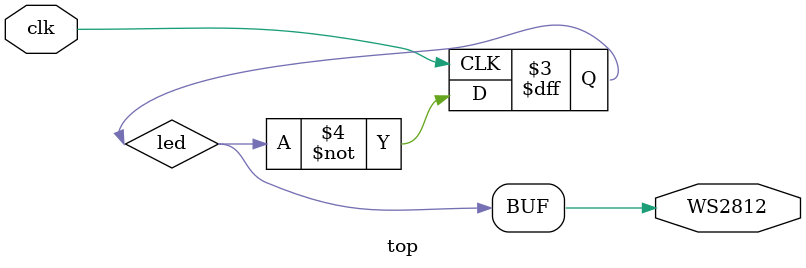
<source format=v>
module top(input clk, output WS2812);
    reg led;
    assign WS2812 = led;
    always @(posedge clk) begin
        led <= led ^ 1'b1;
    end

endmodule
</source>
